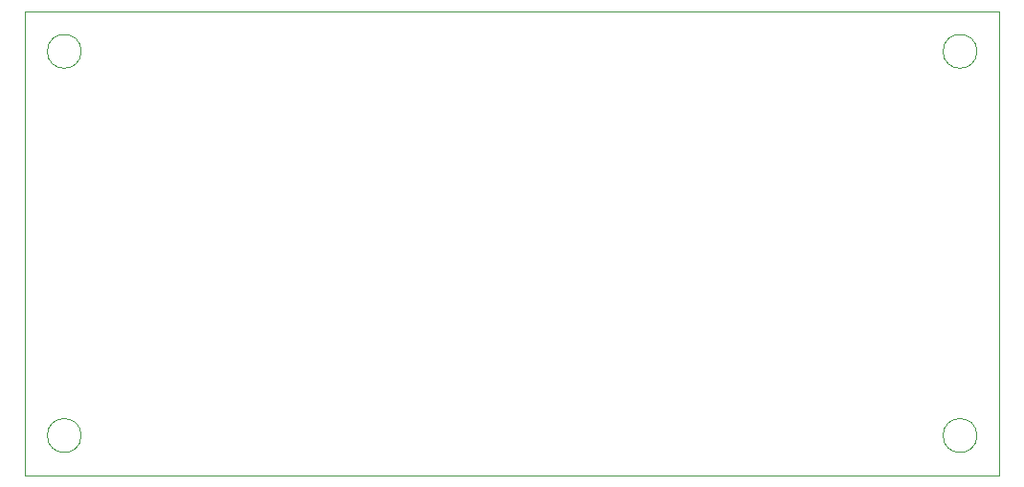
<source format=gbr>
%TF.GenerationSoftware,KiCad,Pcbnew,8.0.4*%
%TF.CreationDate,2024-12-14T18:04:41+05:30*%
%TF.ProjectId,snakeGameConsole,736e616b-6547-4616-9d65-436f6e736f6c,rev?*%
%TF.SameCoordinates,Original*%
%TF.FileFunction,Profile,NP*%
%FSLAX46Y46*%
G04 Gerber Fmt 4.6, Leading zero omitted, Abs format (unit mm)*
G04 Created by KiCad (PCBNEW 8.0.4) date 2024-12-14 18:04:41*
%MOMM*%
%LPD*%
G01*
G04 APERTURE LIST*
%TA.AperFunction,Profile*%
%ADD10C,0.050000*%
%TD*%
G04 APERTURE END LIST*
D10*
X105250000Y-122500000D02*
G75*
G02*
X102250000Y-122500000I-1500000J0D01*
G01*
X102250000Y-122500000D02*
G75*
G02*
X105250000Y-122500000I1500000J0D01*
G01*
X100250000Y-85000000D02*
X186500000Y-85000000D01*
X186500000Y-126000000D01*
X100250000Y-126000000D01*
X100250000Y-85000000D01*
X105250000Y-88500000D02*
G75*
G02*
X102250000Y-88500000I-1500000J0D01*
G01*
X102250000Y-88500000D02*
G75*
G02*
X105250000Y-88500000I1500000J0D01*
G01*
X184500000Y-122500000D02*
G75*
G02*
X181500000Y-122500000I-1500000J0D01*
G01*
X181500000Y-122500000D02*
G75*
G02*
X184500000Y-122500000I1500000J0D01*
G01*
X184500000Y-88500000D02*
G75*
G02*
X181500000Y-88500000I-1500000J0D01*
G01*
X181500000Y-88500000D02*
G75*
G02*
X184500000Y-88500000I1500000J0D01*
G01*
M02*

</source>
